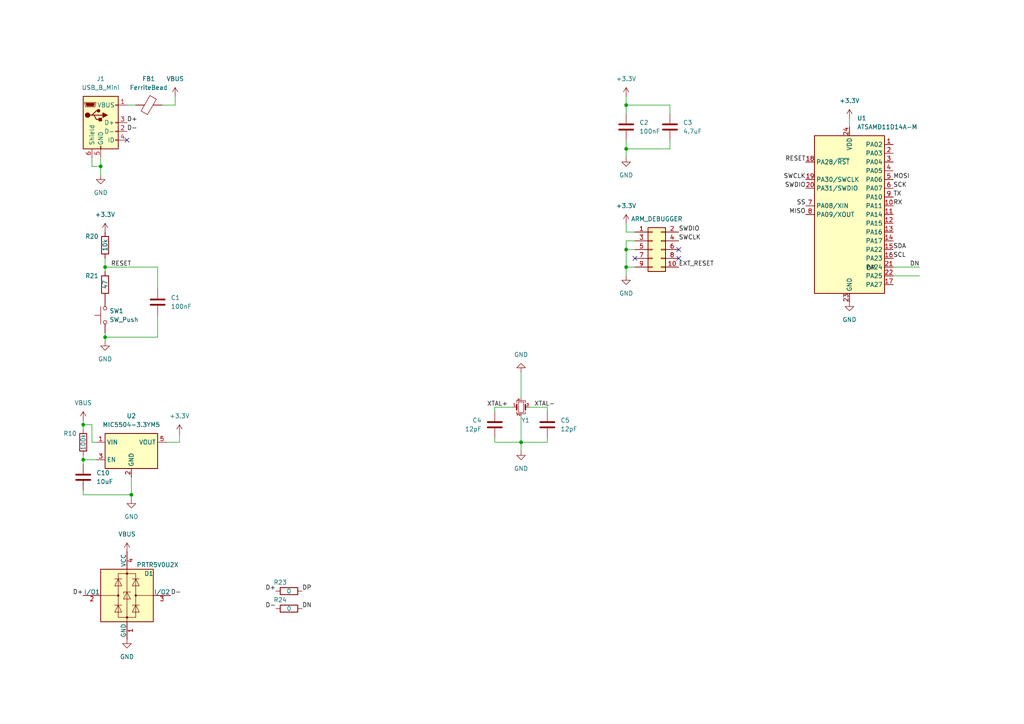
<source format=kicad_sch>
(kicad_sch (version 20230121) (generator eeschema)
  (paper "A4")
  (lib_symbols
    (symbol "Connector:USB_B_Mini" (pin_names (offset 1.016))
      (property "Reference" "J" (at -5.08 11.43 0))
      (property "Value" "USB_B_Mini" (at -5.08 8.89 0))
      (symbol "USB_B_Mini_0_1"
        (rectangle (start -5.08 -7.62) (end 5.08 7.62) (stroke (width 0.254)) (fill (type background)))
        (circle (center -3.81 2.159) (radius 0.635) (stroke (width 0.254)) (fill (type outline)))
        (circle (center -0.635 3.429) (radius 0.381) (stroke (width 0.254)) (fill (type outline)))
        (rectangle (start -0.127 -7.62) (end 0.127 -6.858))
        (polyline (pts (xy -1.905 2.159) (xy 0.635 2.159)) (stroke (width 0.254)))
        (polyline (pts (xy -3.175 2.159) (xy -2.54 2.159) (xy -1.27 3.429) (xy -0.635 3.429)) (stroke (width 0.254)))
        (polyline (pts (xy -2.54 2.159) (xy -1.905 2.159) (xy -1.27 0.889) (xy 0 0.889)) (stroke (width 0.254)))
        (polyline (pts (xy 0.635 2.794) (xy 0.635 1.524) (xy 1.905 2.159) (xy 0.635 2.794)) (stroke (width 0.254)) (fill (type outline)))
        (polyline (pts (xy -4.318 5.588) (xy -1.778 5.588) (xy -2.032 4.826) (xy -4.064 4.826) (xy -4.318 5.588)) (fill (type outline)))
        (polyline (pts (xy -4.699 5.842) (xy -4.699 5.588) (xy -4.445 4.826) (xy -4.445 4.572) (xy -1.651 4.572) (xy -1.651 4.826) (xy -1.397 5.588) (xy -1.397 5.842) (xy -4.699 5.842)))
        (rectangle (start 0.254 1.27) (end -0.508 0.508) (stroke (width 0.254)) (fill (type outline)))
        (rectangle (start 5.08 -5.207) (end 4.318 -4.953))
        (rectangle (start 5.08 -2.667) (end 4.318 -2.413))
        (rectangle (start 5.08 -0.127) (end 4.318 0.127))
        (rectangle (start 5.08 4.953) (end 4.318 5.207))
      )
      (symbol "USB_B_Mini_1_1"
        (pin power_out line (at 7.62 5.08 180) (length 2.54) (name "VBUS") (number "1"))
        (pin bidirectional line (at 7.62 -2.54 180) (length 2.54) (name "D-") (number "2"))
        (pin bidirectional line (at 7.62 0 180) (length 2.54) (name "D+") (number "3"))
        (pin passive line (at 7.62 -5.08 180) (length 2.54) (name "ID") (number "4"))
        (pin power_out line (at 0 -10.16 90) (length 2.54) (name "GND") (number "5"))
        (pin passive line (at -2.54 -10.16 90) (length 2.54) (name "Shield") (number "6"))
      )
    )
    (symbol "Connector_Generic:Conn_02x05_Odd_Even" (pin_names (offset 1.016) hide)
      (property "Reference" "J" (at 1.27 7.62 0))
      (property "Value" "Conn_02x05_Odd_Even" (at 1.27 -7.62 0))
      (symbol "Conn_02x05_Odd_Even_1_1"
        (rectangle (start -1.27 -4.953) (end 0 -5.207) (stroke (width 0.1524)))
        (rectangle (start -1.27 -2.413) (end 0 -2.667) (stroke (width 0.1524)))
        (rectangle (start -1.27 0.127) (end 0 -0.127) (stroke (width 0.1524)))
        (rectangle (start -1.27 2.667) (end 0 2.413) (stroke (width 0.1524)))
        (rectangle (start -1.27 5.207) (end 0 4.953) (stroke (width 0.1524)))
        (rectangle (start -1.27 6.35) (end 3.81 -6.35) (stroke (width 0.254)) (fill (type background)))
        (rectangle (start 3.81 -4.953) (end 2.54 -5.207) (stroke (width 0.1524)))
        (rectangle (start 3.81 -2.413) (end 2.54 -2.667) (stroke (width 0.1524)))
        (rectangle (start 3.81 0.127) (end 2.54 -0.127) (stroke (width 0.1524)))
        (rectangle (start 3.81 2.667) (end 2.54 2.413) (stroke (width 0.1524)))
        (rectangle (start 3.81 5.207) (end 2.54 4.953) (stroke (width 0.1524)))
        (pin passive line (at -5.08 5.08 0) (length 3.81) (name "Pin_1") (number "1"))
        (pin passive line (at 7.62 -5.08 180) (length 3.81) (name "Pin_10") (number "10"))
        (pin passive line (at 7.62 5.08 180) (length 3.81) (name "Pin_2") (number "2"))
        (pin passive line (at -5.08 2.54 0) (length 3.81) (name "Pin_3") (number "3"))
        (pin passive line (at 7.62 2.54 180) (length 3.81) (name "Pin_4") (number "4"))
        (pin passive line (at -5.08 0 0) (length 3.81) (name "Pin_5") (number "5"))
        (pin passive line (at 7.62 0 180) (length 3.81) (name "Pin_6") (number "6"))
        (pin passive line (at -5.08 -2.54 0) (length 3.81) (name "Pin_7") (number "7"))
        (pin passive line (at 7.62 -2.54 180) (length 3.81) (name "Pin_8") (number "8"))
        (pin passive line (at -5.08 -5.08 0) (length 3.81) (name "Pin_9") (number "9"))
      )
    )
    (symbol "Device:C" (pin_numbers hide) (pin_names (offset 0.254))
      (property "Reference" "C" (at 0.635 2.54 0))
      (property "Value" "C" (at 0.635 -2.54 0))
      (symbol "C_0_1"
        (polyline (pts (xy -2.032 -0.762) (xy 2.032 -0.762)) (stroke (width 0.508)))
        (polyline (pts (xy -2.032 0.762) (xy 2.032 0.762)) (stroke (width 0.508)))
      )
      (symbol "C_1_1"
        (pin passive line (at 0 3.81 270) (length 2.794) (name "~") (number "1"))
        (pin passive line (at 0 -3.81 90) (length 2.794) (name "~") (number "2"))
      )
    )
    (symbol "Device:Crystal_GND24_Small" (pin_names (offset 1.016) hide)
      (property "Reference" "Y" (at 1.27 4.445 0))
      (property "Value" "Crystal_GND24_Small" (at 1.27 2.54 0))
      (symbol "Crystal_GND24_Small_0_1"
        (rectangle (start -0.762 -1.524) (end 0.762 1.524))
        (polyline (pts (xy -1.27 -0.762) (xy -1.27 0.762)) (stroke (width 0.381)))
        (polyline (pts (xy 1.27 -0.762) (xy 1.27 0.762)) (stroke (width 0.381)))
        (polyline (pts (xy -1.27 -1.27) (xy -1.27 -1.905) (xy 1.27 -1.905) (xy 1.27 -1.27)))
        (polyline (pts (xy -1.27 1.27) (xy -1.27 1.905) (xy 1.27 1.905) (xy 1.27 1.27)))
      )
      (symbol "Crystal_GND24_Small_1_1"
        (pin passive line (at -2.54 0 0) (length 1.27) (name "1") (number "1"))
        (pin passive line (at 0 -2.54 90) (length 0.635) (name "2") (number "2"))
        (pin passive line (at 2.54 0 180) (length 1.27) (name "3") (number "3"))
        (pin passive line (at 0 2.54 270) (length 0.635) (name "4") (number "4"))
      )
    )
    (symbol "Device:FerriteBead" (pin_numbers hide) (pin_names (offset 0))
      (property "Reference" "FB" (at -3.81 0.635 90))
      (property "Value" "FerriteBead" (at 3.81 0 90))
      (symbol "FerriteBead_0_1"
        (polyline (pts (xy 0 -1.27) (xy 0 -1.2192)))
        (polyline (pts (xy 0 1.27) (xy 0 1.2954)))
        (polyline (pts (xy -2.7686 0.4064) (xy -1.7018 2.2606) (xy 2.7686 -0.3048) (xy 1.6764 -2.159) (xy -2.7686 0.4064)))
      )
      (symbol "FerriteBead_1_1"
        (pin passive line (at 0 3.81 270) (length 2.54) (name "~") (number "1"))
        (pin passive line (at 0 -3.81 90) (length 2.54) (name "~") (number "2"))
      )
    )
    (symbol "Device:R" (pin_numbers hide) (pin_names (offset 0))
      (property "Reference" "R" (at 2.032 0 90))
      (property "Value" "R" (at 0 0 90))
      (symbol "R_0_1"
        (rectangle (start -1.016 -2.54) (end 1.016 2.54) (stroke (width 0.254)))
      )
      (symbol "R_1_1"
        (pin passive line (at 0 3.81 270) (length 1.27) (name "~") (number "1"))
        (pin passive line (at 0 -3.81 90) (length 1.27) (name "~") (number "2"))
      )
    )
    (symbol "MCU_Microchip_SAMD:ATSAMD11D14A-M"
      (property "Reference" "U" (at -10.16 24.13 0))
      (property "Value" "ATSAMD11D14A-M" (at 1.27 24.13 0))
      (symbol "ATSAMD11D14A-M_0_1"
        (rectangle (start -10.16 22.86) (end 10.16 -22.86) (stroke (width 0.254)) (fill (type background)))
      )
      (symbol "ATSAMD11D14A-M_1_1"
        (pin bidirectional line (at 12.7 20.32 180) (length 2.54) (name "PA02") (number "1"))
        (pin bidirectional line (at 12.7 2.54 180) (length 2.54) (name "PA11") (number "10"))
        (pin bidirectional line (at 12.7 0 180) (length 2.54) (name "PA14") (number "11"))
        (pin bidirectional line (at 12.7 -2.54 180) (length 2.54) (name "PA15") (number "12"))
        (pin bidirectional line (at 12.7 -5.08 180) (length 2.54) (name "PA16") (number "13"))
        (pin bidirectional line (at 12.7 -7.62 180) (length 2.54) (name "PA17") (number "14"))
        (pin bidirectional line (at 12.7 -10.16 180) (length 2.54) (name "PA22") (number "15"))
        (pin bidirectional line (at 12.7 -12.7 180) (length 2.54) (name "PA23") (number "16"))
        (pin bidirectional line (at 12.7 -20.32 180) (length 2.54) (name "PA27") (number "17"))
        (pin bidirectional line (at -12.7 15.24 0) (length 2.54) (name "PA28/~{RST}") (number "18"))
        (pin bidirectional line (at -12.7 10.16 0) (length 2.54) (name "PA30/SWCLK") (number "19"))
        (pin bidirectional line (at 12.7 17.78 180) (length 2.54) (name "PA03") (number "2"))
        (pin bidirectional line (at -12.7 7.62 0) (length 2.54) (name "PA31/SWDIO") (number "20"))
        (pin bidirectional line (at 12.7 -15.24 180) (length 2.54) (name "PA24") (number "21"))
        (pin bidirectional line (at 12.7 -17.78 180) (length 2.54) (name "PA25") (number "22"))
        (pin power_in line (at 0 -25.4 90) (length 2.54) (name "GND") (number "23"))
        (pin power_in line (at 0 25.4 270) (length 2.54) (name "VDD") (number "24"))
        (pin bidirectional line (at 12.7 15.24 180) (length 2.54) (name "PA04") (number "3"))
        (pin bidirectional line (at 12.7 12.7 180) (length 2.54) (name "PA05") (number "4"))
        (pin bidirectional line (at 12.7 10.16 180) (length 2.54) (name "PA06") (number "5"))
        (pin bidirectional line (at 12.7 7.62 180) (length 2.54) (name "PA07") (number "6"))
        (pin bidirectional line (at -12.7 2.54 0) (length 2.54) (name "PA08/XIN") (number "7"))
        (pin bidirectional line (at -12.7 0 0) (length 2.54) (name "PA09/XOUT") (number "8"))
        (pin bidirectional line (at 12.7 5.08 180) (length 2.54) (name "PA10") (number "9"))
      )
    )
    (symbol "Power_Protection:PRTR5V0U2X" (pin_names (offset 0))
      (property "Reference" "D" (at 2.794 8.636 0))
      (property "Value" "PRTR5V0U2X" (at 8.128 -9.398 0))
      (symbol "PRTR5V0U2X_0_1"
        (rectangle (start -7.62 -7.62) (end 7.62 7.62) (stroke (width 0.254)) (fill (type background)))
        (circle (center -2.54 0) (radius 0.254) (fill (type outline)))
        (rectangle (start -2.54 6.35) (end 2.54 -6.35))
        (circle (center 0 -6.35) (radius 0.254) (fill (type outline)))
        (polyline (pts (xy -2.54 0) (xy -7.62 0)))
        (polyline (pts (xy -1.524 -2.794) (xy -3.556 -2.794)))
        (polyline (pts (xy -1.524 4.826) (xy -3.556 4.826)))
        (polyline (pts (xy 0 -7.62) (xy 0 7.62)))
        (polyline (pts (xy 1.524 -2.794) (xy 3.556 -2.794)))
        (polyline (pts (xy 1.524 4.826) (xy 3.556 4.826)))
        (polyline (pts (xy 2.54 0) (xy 7.62 0)))
        (polyline (pts (xy 1.016 1.016) (xy -1.016 1.016) (xy -1.016 0.508)))
        (polyline (pts (xy -3.556 -4.826) (xy -1.524 -4.826) (xy -2.54 -2.794) (xy -3.556 -4.826)))
        (polyline (pts (xy -3.556 2.794) (xy -1.524 2.794) (xy -2.54 4.826) (xy -3.556 2.794)))
        (polyline (pts (xy -1.016 -1.016) (xy 1.016 -1.016) (xy 0 1.016) (xy -1.016 -1.016)))
        (polyline (pts (xy 3.556 -4.826) (xy 1.524 -4.826) (xy 2.54 -2.794) (xy 3.556 -4.826)))
        (polyline (pts (xy 3.556 2.794) (xy 1.524 2.794) (xy 2.54 4.826) (xy 3.556 2.794)))
        (circle (center 0 6.35) (radius 0.254) (fill (type outline)))
        (circle (center 2.54 0) (radius 0.254) (fill (type outline)))
      )
      (symbol "PRTR5V0U2X_1_1"
        (pin passive line (at 0 -12.7 90) (length 5.08) (name "GND") (number "1"))
        (pin passive line (at -12.7 0 0) (length 5.08) (name "I/O1") (number "2"))
        (pin passive line (at 12.7 0 180) (length 5.08) (name "I/O2") (number "3"))
        (pin passive line (at 0 12.7 270) (length 5.08) (name "VCC") (number "4"))
      )
    )
    (symbol "Regulator_Linear:MIC5504-3.3YM5"
      (property "Reference" "U" (at -7.62 8.89 0))
      (property "Value" "MIC5504-3.3YM5" (at -7.62 6.35 0))
      (symbol "MIC5504-3.3YM5_0_1"
        (rectangle (start -7.62 -5.08) (end 7.62 5.08) (stroke (width 0.254)) (fill (type background)))
      )
      (symbol "MIC5504-3.3YM5_1_1"
        (pin power_in line (at -10.16 2.54 0) (length 2.54) (name "VIN") (number "1"))
        (pin power_in line (at 0 -7.62 90) (length 2.54) (name "GND") (number "2"))
        (pin input line (at -10.16 -2.54 0) (length 2.54) (name "EN") (number "3"))
        (pin no_connect line (at 7.62 -2.54 180) (length 2.54) hide (name "NC") (number "4"))
        (pin power_out line (at 10.16 2.54 180) (length 2.54) (name "VOUT") (number "5"))
      )
    )
    (symbol "Switch:SW_Push" (pin_numbers hide) (pin_names (offset 1.016) hide)
      (property "Reference" "SW" (at 1.27 2.54 0))
      (property "Value" "SW_Push" (at 0 -1.524 0))
      (symbol "SW_Push_0_1"
        (circle (center -2.032 0) (radius 0.508))
        (polyline (pts (xy 0 1.27) (xy 0 3.048)))
        (polyline (pts (xy 2.54 1.27) (xy -2.54 1.27)))
        (circle (center 2.032 0) (radius 0.508))
        (pin passive line (at -5.08 0 0) (length 2.54) (name "1") (number "1"))
        (pin passive line (at 5.08 0 180) (length 2.54) (name "2") (number "2"))
      )
    )
    (symbol "power:+3.3V" (power) (pin_names (offset 0))
      (property "Value" "+3.3V" (at 0 3.556 0))
      (symbol "+3.3V_0_1"
        (polyline (pts (xy -0.762 1.27) (xy 0 2.54)))
        (polyline (pts (xy 0 0) (xy 0 2.54)))
        (polyline (pts (xy 0 2.54) (xy 0.762 1.27)))
      )
      (symbol "+3.3V_1_1"
        (pin power_in line (at 0 0 90) (length 0) hide (name "+3.3V") (number "1"))
      )
    )
    (symbol "power:GND" (power) (pin_names (offset 0))
      (property "Value" "GND" (at 0 -3.81 0))
      (symbol "GND_0_1"
        (polyline (pts (xy 0 0) (xy 0 -1.27) (xy 1.27 -1.27) (xy 0 -2.54) (xy -1.27 -1.27) (xy 0 -1.27)))
      )
      (symbol "GND_1_1"
        (pin power_in line (at 0 0 270) (length 0) hide (name "GND") (number "1"))
      )
    )
    (symbol "power:VBUS" (power) (pin_names (offset 0))
      (property "Value" "VBUS" (at 0 3.81 0))
      (symbol "VBUS_0_1"
        (polyline (pts (xy -0.762 1.27) (xy 0 2.54)))
        (polyline (pts (xy 0 0) (xy 0 2.54)))
        (polyline (pts (xy 0 2.54) (xy 0.762 1.27)))
      )
      (symbol "VBUS_1_1"
        (pin power_in line (at 0 0 90) (length 0) hide (name "VBUS") (number "1"))
      )
    )
  )
  (junction (at 30.48 77.47))
  (junction (at 38.1 143.51))
  (junction (at 29.21 48.26))
  (junction (at 181.61 30.48))
  (junction (at 24.13 133.35))
  (junction (at 30.48 97.79))
  (junction (at 181.61 43.18))
  (junction (at 151.13 128.27))
  (junction (at 181.61 72.39))
  (junction (at 181.61 77.47))
  (junction (at 24.13 123.19))
  (no_connect (at 36.83 40.64))
  (no_connect (at 184.15 74.93))
  (no_connect (at 196.85 72.39))
  (no_connect (at 196.85 74.93))
  (wire (pts (xy 181.61 69.85) (xy 184.15 69.85)))
  (wire (pts (xy 46.99 30.48) (xy 50.8 30.48)))
  (wire (pts (xy 52.07 125.73) (xy 52.07 128.27)))
  (wire (pts (xy 181.61 72.39) (xy 184.15 72.39)))
  (wire (pts (xy 143.51 118.11) (xy 148.59 118.11)))
  (wire (pts (xy 151.13 128.27) (xy 151.13 130.81)))
  (wire (pts (xy 30.48 77.47) (xy 45.72 77.47)))
  (wire (pts (xy 181.61 64.77) (xy 181.61 67.31)))
  (wire (pts (xy 181.61 67.31) (xy 184.15 67.31)))
  (wire (pts (xy 30.48 97.79) (xy 45.72 97.79)))
  (wire (pts (xy 143.51 127) (xy 143.51 128.27)))
  (wire (pts (xy 194.31 40.64) (xy 194.31 43.18)))
  (wire (pts (xy 181.61 30.48) (xy 194.31 30.48)))
  (wire (pts (xy 181.61 72.39) (xy 181.61 77.47)))
  (wire (pts (xy 38.1 143.51) (xy 38.1 144.78)))
  (wire (pts (xy 153.67 118.11) (xy 158.75 118.11)))
  (wire (pts (xy 30.48 97.79) (xy 30.48 96.52)))
  (wire (pts (xy 48.26 128.27) (xy 52.07 128.27)))
  (wire (pts (xy 259.08 80.01) (xy 266.7 80.01)))
  (wire (pts (xy 26.67 123.19) (xy 26.67 128.27)))
  (wire (pts (xy 38.1 143.51) (xy 38.1 138.43)))
  (wire (pts (xy 181.61 77.47) (xy 181.61 80.01)))
  (wire (pts (xy 181.61 77.47) (xy 184.15 77.47)))
  (wire (pts (xy 181.61 43.18) (xy 181.61 40.64)))
  (wire (pts (xy 24.13 143.51) (xy 24.13 142.24)))
  (wire (pts (xy 50.8 27.94) (xy 50.8 30.48)))
  (wire (pts (xy 24.13 133.35) (xy 27.94 133.35)))
  (wire (pts (xy 30.48 77.47) (xy 30.48 78.74)))
  (wire (pts (xy 24.13 121.92) (xy 24.13 123.19)))
  (wire (pts (xy 29.21 45.72) (xy 29.21 48.26)))
  (wire (pts (xy 158.75 118.11) (xy 158.75 119.38)))
  (wire (pts (xy 24.13 123.19) (xy 24.13 124.46)))
  (wire (pts (xy 30.48 74.93) (xy 30.48 77.47)))
  (wire (pts (xy 158.75 127) (xy 158.75 128.27)))
  (wire (pts (xy 45.72 77.47) (xy 45.72 83.82)))
  (wire (pts (xy 45.72 91.44) (xy 45.72 97.79)))
  (wire (pts (xy 143.51 128.27) (xy 151.13 128.27)))
  (wire (pts (xy 24.13 123.19) (xy 26.67 123.19)))
  (wire (pts (xy 30.48 99.06) (xy 30.48 97.79)))
  (wire (pts (xy 24.13 143.51) (xy 38.1 143.51)))
  (wire (pts (xy 29.21 50.8) (xy 29.21 48.26)))
  (wire (pts (xy 151.13 128.27) (xy 158.75 128.27)))
  (wire (pts (xy 24.13 132.08) (xy 24.13 133.35)))
  (wire (pts (xy 259.08 77.47) (xy 266.7 77.47)))
  (wire (pts (xy 181.61 69.85) (xy 181.61 72.39)))
  (wire (pts (xy 24.13 134.62) (xy 24.13 133.35)))
  (wire (pts (xy 181.61 27.94) (xy 181.61 30.48)))
  (wire (pts (xy 26.67 128.27) (xy 27.94 128.27)))
  (wire (pts (xy 194.31 30.48) (xy 194.31 33.02)))
  (wire (pts (xy 26.67 48.26) (xy 29.21 48.26)))
  (wire (pts (xy 26.67 45.72) (xy 26.67 48.26)))
  (wire (pts (xy 181.61 30.48) (xy 181.61 33.02)))
  (wire (pts (xy 246.38 34.29) (xy 246.38 36.83)))
  (wire (pts (xy 151.13 120.65) (xy 151.13 128.27)))
  (wire (pts (xy 143.51 118.11) (xy 143.51 119.38)))
  (wire (pts (xy 151.13 107.95) (xy 151.13 115.57)))
  (wire (pts (xy 181.61 45.72) (xy 181.61 43.18)))
  (wire (pts (xy 36.83 30.48) (xy 39.37 30.48)))
  (wire (pts (xy 181.61 43.18) (xy 194.31 43.18)))
  (label "SWDIO" (at 233.68 54.61 180))
  (label "SWCLK" (at 233.68 52.07 180))
  (label "D+" (at 80.01 171.45 180))
  (label "DN" (at 266.7 77.47 180))
  (label "SWCLK" (at 196.85 69.85 0))
  (label "EXT_RESET" (at 196.85 77.47 0))
  (label "SCK" (at 259.08 54.61 0))
  (label "RX" (at 259.08 59.69 0))
  (label "TX" (at 259.08 57.15 0))
  (label "RESET" (at 233.68 46.99 180))
  (label "D-" (at 36.83 38.1 0))
  (label "XTAL-" (at 154.94 118.11 0))
  (label "D-" (at 80.01 176.53 180))
  (label "D+" (at 24.13 172.72 180))
  (label "XTAL+" (at 147.32 118.11 180))
  (label "MISO" (at 233.68 62.23 180))
  (label "DP" (at 87.63 171.45 0))
  (label "D+" (at 36.83 35.56 0))
  (label "D-" (at 49.53 172.72 0))
  (label "SS" (at 233.68 59.69 180))
  (label "SWDIO" (at 196.85 67.31 0))
  (label "RESET" (at 38.1 77.47 180))
  (label "DN" (at 87.63 176.53 0))
  (label "SDA" (at 259.08 72.39 0))
  (label "DP" (at 254 78.74 180))
  (label "SCL" (at 259.08 74.93 0))
  (label "MOSI" (at 259.08 52.07 0))
  (symbol (lib_id "power:GND") (at 181.61 80.01 0) (unit 1)
    (property "Reference" "#PWR015" (effects hide))
    (property "Value" "GND" (at 181.61 85.09 0))
  )
  (symbol (lib_id "power:+3.3V") (at 181.61 27.94 0) (unit 1)
    (property "Reference" "#PWR011" (effects hide))
    (property "Value" "+3.3V" (at 181.61 22.86 0))
  )
  (symbol (lib_id "Device:R") (at 83.82 171.45 270) (unit 1)
    (property "Reference" "R23" (at 81.28 168.91 90))
    (property "Value" "0" (at 83.82 171.45 90))
  )
  (symbol (lib_id "power:+3.3V") (at 246.38 34.29 0) (unit 1)
    (property "Reference" "#PWR010" (effects hide))
    (property "Value" "+3.3V" (at 246.38 29.21 0))
  )
  (symbol (lib_id "Connector_Generic:Conn_02x05_Odd_Even") (at 189.23 72.39 0) (unit 1)
    (property "Reference" "ARM_DEBUGGER" (at 190.5 63.5 0))
    (property "Value" "Conn_02x05_Odd_Even" (effects hide))
  )
  (symbol (lib_id "power:VBUS") (at 24.13 121.92 0) (unit 1)
    (property "Reference" "#PWR03" (effects hide))
    (property "Value" "VBUS" (at 24.13 116.84 0))
  )
  (symbol (lib_id "MCU_Microchip_SAMD:ATSAMD11D14A-M") (at 246.38 62.23 0) (unit 1)
    (property "Reference" "U1" (at 248.5741 34.29 0) (effects (justify left)))
    (property "Value" "ATSAMD11D14A-M" (at 248.5741 36.83 0) (effects (justify left)))
    (property "Footprint" "Package_DFN_QFN:QFN-24-1EP_4x4mm_P0.5mm_EP2.6x2.6mm" (effects hide))
    (property "Datasheet" "http://ww1.microchip.com/downloads/en/DeviceDoc/Atmel-42363-SAM-D11_Datasheet.pdf" (effects hide))
  )
  (symbol (lib_id "Device:C") (at 181.61 36.83 0) (unit 1)
    (property "Reference" "C2" (at 185.42 35.56 0) (effects (justify left)))
    (property "Value" "100nF" (at 185.42 38.1 0) (effects (justify left)))
  )
  (symbol (lib_id "Device:C") (at 158.75 123.19 0) (unit 1)
    (property "Reference" "C5" (at 162.56 121.92 0) (effects (justify left)))
    (property "Value" "12pF" (at 162.56 124.46 0) (effects (justify left)))
  )
  (symbol (lib_id "power:GND") (at 29.21 50.8 0) (unit 1)
    (property "Reference" "#PWR02" (effects hide))
    (property "Value" "GND" (at 29.21 55.88 0))
  )
  (symbol (lib_id "power:+3.3V") (at 30.48 67.31 0) (unit 1)
    (property "Reference" "#PWR06" (effects hide))
    (property "Value" "+3.3V" (at 30.48 62.23 0))
  )
  (symbol (lib_id "power:GND") (at 36.83 185.42 0) (unit 1)
    (property "Reference" "#PWR09" (effects hide))
    (property "Value" "GND" (at 36.83 190.5 0))
  )
  (symbol (lib_id "Device:R") (at 30.48 71.12 180) (unit 1)
    (property "Reference" "R20" (at 26.67 68.58 0))
    (property "Value" "10k" (at 30.48 71.12 90))
  )
  (symbol (lib_id "Device:R") (at 30.48 82.55 180) (unit 1)
    (property "Reference" "R21" (at 26.67 80.01 0))
    (property "Value" "47" (at 30.48 82.55 90))
  )
  (symbol (lib_id "power:VBUS") (at 36.83 160.02 0) (unit 1)
    (property "Reference" "#PWR08" (effects hide))
    (property "Value" "VBUS" (at 36.83 154.94 0))
  )
  (symbol (lib_id "power:GND") (at 38.1 144.78 0) (unit 1)
    (property "Reference" "#PWR012" (effects hide))
    (property "Value" "GND" (at 38.1 149.86 0))
  )
  (symbol (lib_id "Device:Crystal_GND24_Small") (at 151.13 118.11 0) (unit 1)
    (property "Reference" "Y1" (at 152.4 121.92 0))
    (property "Value" "Crystal_GND24_Small" (effects hide))
    (property "Footprint" "Crystal:Crystal_SMD_3225-4Pin_3.2x2.5mm" (effects hide))
    (property "Datasheet" "https://www.mouser.es/datasheet/2/122/ECX_33Q-938166.pdf" (effects hide))
  )
  (symbol (lib_id "Power_Protection:PRTR5V0U2X") (at 36.83 172.72 0) (unit 1)
    (property "Reference" "D1" (at 43.18 166.37 0))
    (property "Value" "PRTR5V0U2X" (at 45.72 163.83 0))
    (property "Footprint" "Package_TO_SOT_SMD:SOT-143" (effects hide))
    (property "Datasheet" "https://assets.nexperia.com/documents/data-sheet/PRTR5V0U2X.pdf" (effects hide))
  )
  (symbol (lib_id "power:GND") (at 246.38 87.63 0) (unit 1)
    (property "Reference" "#PWR013" (effects hide))
    (property "Value" "GND" (at 246.38 92.71 0))
  )
  (symbol (lib_id "Device:C") (at 143.51 123.19 0) (mirror y) (unit 1)
    (property "Reference" "C4" (at 139.7 121.92 0) (effects (justify left)))
    (property "Value" "12pF" (at 139.7 124.46 0) (effects (justify left)))
  )
  (symbol (lib_id "power:GND") (at 181.61 45.72 0) (unit 1)
    (property "Reference" "#PWR04" (effects hide))
    (property "Value" "GND" (at 181.61 50.8 0))
  )
  (symbol (lib_id "Device:C") (at 24.13 138.43 0) (unit 1)
    (property "Reference" "C10" (at 27.94 137.16 0) (effects (justify left)))
    (property "Value" "10uF" (at 27.94 139.7 0) (effects (justify left)))
  )
  (symbol (lib_id "Device:C") (at 194.31 36.83 0) (unit 1)
    (property "Reference" "C3" (at 198.12 35.56 0) (effects (justify left)))
    (property "Value" "4.7uF" (at 198.12 38.1 0) (effects (justify left)))
  )
  (symbol (lib_id "Device:FerriteBead") (at 43.18 30.48 90) (unit 1)
    (property "Reference" "FB1" (at 43.1292 22.86 90))
    (property "Value" "FerriteBead" (at 43.1292 25.4 90))
  )
  (symbol (lib_id "Regulator_Linear:MIC5504-3.3YM5") (at 38.1 130.81 0) (unit 1)
    (property "Reference" "U2" (at 38.1 120.65 0))
    (property "Value" "MIC5504-3.3YM5" (at 38.1 123.19 0))
    (property "Footprint" "Package_TO_SOT_SMD:SOT-23-5" (effects hide))
    (property "Datasheet" "http://ww1.microchip.com/downloads/en/DeviceDoc/MIC550X.pdf" (effects hide))
  )
  (symbol (lib_id "power:VBUS") (at 50.8 27.94 0) (unit 1)
    (property "Reference" "#PWR01" (effects hide))
    (property "Value" "VBUS" (at 50.8 22.86 0))
  )
  (symbol (lib_id "Device:R") (at 83.82 176.53 270) (unit 1)
    (property "Reference" "R24" (at 81.28 173.99 90))
    (property "Value" "0" (at 83.82 176.53 90))
  )
  (symbol (lib_id "power:+3.3V") (at 52.07 125.73 0) (unit 1)
    (property "Reference" "#PWR05" (effects hide))
    (property "Value" "+3.3V" (at 52.07 120.65 0))
  )
  (symbol (lib_id "power:+3.3V") (at 181.61 64.77 0) (unit 1)
    (property "Reference" "#PWR014" (effects hide))
    (property "Value" "+3.3V" (at 181.61 59.69 0))
  )
  (symbol (lib_id "power:GND") (at 151.13 107.95 180) (unit 1)
    (property "Reference" "#PWR017" (effects hide))
    (property "Value" "GND" (at 151.13 102.87 0))
  )
  (symbol (lib_id "Device:R") (at 24.13 128.27 180) (unit 1)
    (property "Reference" "R10" (at 20.32 125.73 0))
    (property "Value" "100k" (at 24.13 128.27 90))
  )
  (symbol (lib_id "power:GND") (at 151.13 130.81 0) (unit 1)
    (property "Reference" "#PWR016" (effects hide))
    (property "Value" "GND" (at 151.13 135.89 0))
  )
  (symbol (lib_id "Connector:USB_B_Mini") (at 29.21 35.56 0) (unit 1)
    (property "Reference" "J1" (at 29.21 22.86 0))
    (property "Value" "USB_B_Mini" (at 29.21 25.4 0))
  )
  (symbol (lib_id "power:GND") (at 30.48 99.06 0) (unit 1)
    (property "Reference" "#PWR07" (effects hide))
    (property "Value" "GND" (at 30.48 104.14 0))
  )
  (symbol (lib_id "Device:C") (at 45.72 87.63 0) (unit 1)
    (property "Reference" "C1" (at 49.53 86.36 0) (effects (justify left)))
    (property "Value" "100nF" (at 49.53 88.9 0) (effects (justify left)))
  )
  (symbol (lib_id "Switch:SW_Push") (at 30.48 91.44 90) (unit 1)
    (property "Reference" "SW1" (at 31.75 90.17 90) (effects (justify right)))
    (property "Value" "SW_Push" (at 31.75 92.71 90) (effects (justify right)))
  )
)
</source>
